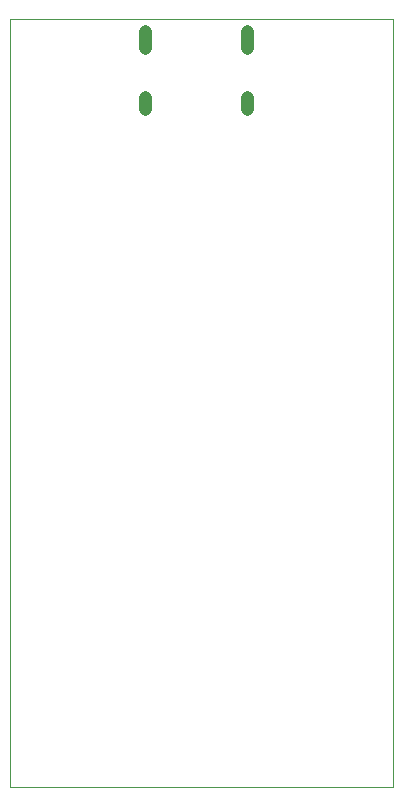
<source format=gbp>
G75*
%MOIN*%
%OFA0B0*%
%FSLAX25Y25*%
%IPPOS*%
%LPD*%
%AMOC8*
5,1,8,0,0,1.08239X$1,22.5*
%
%ADD10C,0.00000*%
%ADD11C,0.04331*%
D10*
X0001300Y0001500D02*
X0001300Y0257500D01*
X0129221Y0257500D01*
X0129221Y0001500D01*
X0001300Y0001500D01*
D11*
X0046292Y0227531D02*
X0046292Y0231469D01*
X0046292Y0231469D01*
X0046292Y0227531D01*
X0046292Y0227531D01*
X0046292Y0247649D02*
X0046292Y0253555D01*
X0046292Y0253555D01*
X0046292Y0247649D01*
X0046292Y0247649D01*
X0046292Y0251979D02*
X0046292Y0251979D01*
X0080308Y0253555D02*
X0080308Y0247649D01*
X0080308Y0253555D02*
X0080308Y0253555D01*
X0080308Y0247649D01*
X0080308Y0247649D01*
X0080308Y0251979D02*
X0080308Y0251979D01*
X0080308Y0231469D02*
X0080308Y0227531D01*
X0080308Y0231469D02*
X0080308Y0231469D01*
X0080308Y0227531D01*
X0080308Y0227531D01*
M02*

</source>
